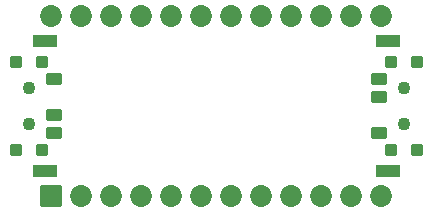
<source format=gbr>
%TF.GenerationSoftware,KiCad,Pcbnew,(6.0.4)*%
%TF.CreationDate,2022-10-25T23:06:37-04:00*%
%TF.ProjectId,battpack,62617474-7061-4636-9b2e-6b696361645f,v1.0.0*%
%TF.SameCoordinates,Original*%
%TF.FileFunction,Soldermask,Top*%
%TF.FilePolarity,Negative*%
%FSLAX46Y46*%
G04 Gerber Fmt 4.6, Leading zero omitted, Abs format (unit mm)*
G04 Created by KiCad (PCBNEW (6.0.4)) date 2022-10-25 23:06:37*
%MOMM*%
%LPD*%
G01*
G04 APERTURE LIST*
G04 Aperture macros list*
%AMRoundRect*
0 Rectangle with rounded corners*
0 $1 Rounding radius*
0 $2 $3 $4 $5 $6 $7 $8 $9 X,Y pos of 4 corners*
0 Add a 4 corners polygon primitive as box body*
4,1,4,$2,$3,$4,$5,$6,$7,$8,$9,$2,$3,0*
0 Add four circle primitives for the rounded corners*
1,1,$1+$1,$2,$3*
1,1,$1+$1,$4,$5*
1,1,$1+$1,$6,$7*
1,1,$1+$1,$8,$9*
0 Add four rect primitives between the rounded corners*
20,1,$1+$1,$2,$3,$4,$5,0*
20,1,$1+$1,$4,$5,$6,$7,0*
20,1,$1+$1,$6,$7,$8,$9,0*
20,1,$1+$1,$8,$9,$2,$3,0*%
G04 Aperture macros list end*
%ADD10C,1.100000*%
%ADD11RoundRect,0.050000X-0.625000X0.450000X-0.625000X-0.450000X0.625000X-0.450000X0.625000X0.450000X0*%
%ADD12RoundRect,0.050000X-0.450000X0.450000X-0.450000X-0.450000X0.450000X-0.450000X0.450000X0.450000X0*%
%ADD13RoundRect,0.050000X1.000000X0.500000X-1.000000X0.500000X-1.000000X-0.500000X1.000000X-0.500000X0*%
%ADD14RoundRect,0.050000X0.625000X-0.450000X0.625000X0.450000X-0.625000X0.450000X-0.625000X-0.450000X0*%
%ADD15RoundRect,0.050000X0.450000X-0.450000X0.450000X0.450000X-0.450000X0.450000X-0.450000X-0.450000X0*%
%ADD16RoundRect,0.050000X-1.000000X-0.500000X1.000000X-0.500000X1.000000X0.500000X-1.000000X0.500000X0*%
%ADD17RoundRect,0.050000X-0.876300X-0.876300X0.876300X-0.876300X0.876300X0.876300X-0.876300X0.876300X0*%
%ADD18C,1.852600*%
G04 APERTURE END LIST*
D10*
%TO.C,T1*%
X15850000Y-1500000D03*
X15850000Y1500000D03*
D11*
X13775000Y-2250000D03*
X13775000Y750000D03*
X13775000Y2250000D03*
D12*
X16950000Y-3700000D03*
X14750000Y-3700000D03*
X14750000Y3700000D03*
X16950000Y3700000D03*
%TD*%
D13*
%TO.C,PAD1*%
X14500000Y-5500000D03*
%TD*%
%TO.C,PAD2*%
X14500000Y5500000D03*
%TD*%
D10*
%TO.C,T2*%
X-15850000Y1500000D03*
X-15850000Y-1500000D03*
D14*
X-13775000Y2250000D03*
X-13775000Y-750000D03*
X-13775000Y-2250000D03*
D15*
X-16950000Y3700000D03*
X-14750000Y3700000D03*
X-14750000Y-3700000D03*
X-16950000Y-3700000D03*
%TD*%
D16*
%TO.C,PAD3*%
X-14500000Y5500000D03*
%TD*%
%TO.C,PAD4*%
X-14500000Y-5500000D03*
%TD*%
D10*
%TO.C,T3*%
X15850000Y-1500000D03*
X15850000Y1500000D03*
%TD*%
%TO.C,T4*%
X-15850000Y1500000D03*
X-15850000Y-1500000D03*
%TD*%
D17*
%TO.C,*%
X-13970000Y-7620000D03*
D18*
X-11430000Y-7620000D03*
X-8890000Y-7620000D03*
X-6350000Y-7620000D03*
X-3810000Y-7620000D03*
X-1270000Y-7620000D03*
X1270000Y-7620000D03*
X3810000Y-7620000D03*
X6350000Y-7620000D03*
X8890000Y-7620000D03*
X11430000Y-7620000D03*
X13970000Y-7620000D03*
X13970000Y7620000D03*
X11430000Y7620000D03*
X8890000Y7620000D03*
X6350000Y7620000D03*
X3810000Y7620000D03*
X1270000Y7620000D03*
X-1270000Y7620000D03*
X-3810000Y7620000D03*
X-6350000Y7620000D03*
X-8890000Y7620000D03*
X-11430000Y7620000D03*
X-13970000Y7620000D03*
%TD*%
M02*

</source>
